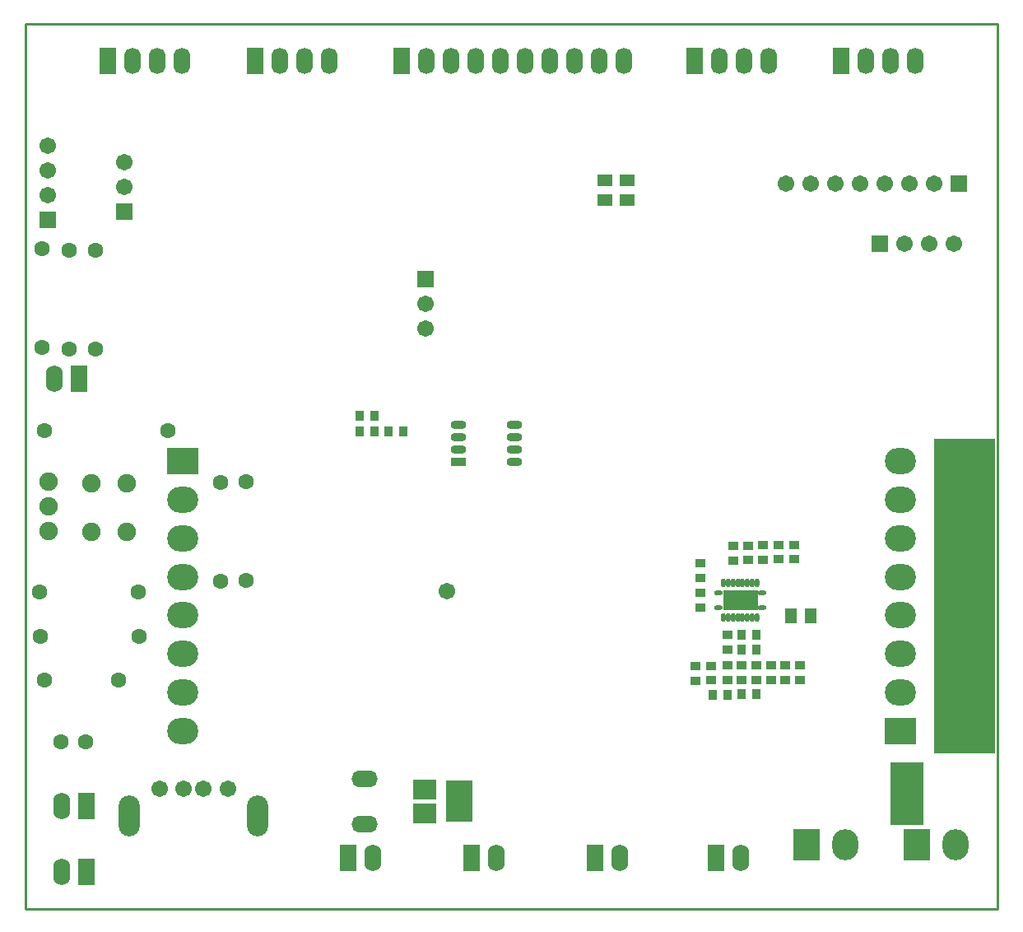
<source format=gbs>
%FSLAX25Y25*%
%MOIN*%
G70*
G01*
G75*
G04 Layer_Color=16711935*
%ADD10R,0.03937X0.02362*%
%ADD11R,0.03347X0.02756*%
%ADD12O,0.06299X0.01181*%
%ADD13R,0.06299X0.01181*%
%ADD14O,0.01181X0.06299*%
%ADD15R,0.05118X0.03937*%
%ADD16R,0.10630X0.03937*%
%ADD17R,0.03937X0.05118*%
%ADD18R,0.03543X0.02126*%
%ADD19R,0.01969X0.06299*%
%ADD20R,0.14410X0.07874*%
%ADD21R,0.14410X0.09843*%
%ADD22R,0.09449X0.08268*%
%ADD23R,0.05000X0.06000*%
%ADD24R,0.02362X0.02362*%
%ADD25R,0.02362X0.02362*%
%ADD26R,0.02362X0.03937*%
%ADD27O,0.02362X0.06890*%
%ADD28R,0.11811X0.07480*%
%ADD29R,0.02756X0.03347*%
%ADD30R,0.10000X0.07500*%
%ADD31R,0.09843X0.15748*%
%ADD32R,0.08661X0.07087*%
%ADD33O,0.09843X0.05906*%
%ADD34O,0.03543X0.01969*%
%ADD35O,0.03543X0.01969*%
%ADD36R,0.03543X0.01969*%
%ADD37R,0.02559X0.05315*%
%ADD38R,0.20866X0.11024*%
%ADD39R,0.03937X0.10630*%
%ADD40R,0.21654X0.05630*%
%ADD41C,0.02000*%
%ADD42C,0.00800*%
%ADD43C,0.03000*%
%ADD44C,0.03500*%
%ADD45C,0.04000*%
%ADD46C,0.01000*%
%ADD47C,0.01500*%
%ADD48C,0.10000*%
%ADD49C,0.08000*%
%ADD50C,0.05000*%
%ADD51C,0.01200*%
%ADD52R,0.19200X0.07900*%
%ADD53R,0.58405X0.13100*%
%ADD54R,0.24300X1.56600*%
%ADD55R,0.50200X0.62200*%
%ADD56R,0.24100X0.17400*%
%ADD57R,0.25624X0.17093*%
%ADD58R,0.23600X0.17400*%
%ADD59R,0.05906X0.05906*%
%ADD60C,0.05906*%
%ADD61O,0.11811X0.09843*%
%ADD62R,0.11811X0.09843*%
%ADD63O,0.05906X0.09843*%
%ADD64R,0.05906X0.09843*%
%ADD65R,0.09843X0.11811*%
%ADD66O,0.09843X0.11811*%
%ADD67R,0.05906X0.05906*%
%ADD68C,0.06693*%
%ADD69C,0.05500*%
%ADD70O,0.07874X0.15748*%
%ADD71C,0.05512*%
%ADD72R,0.06000X0.10000*%
%ADD73O,0.06000X0.10000*%
%ADD74C,0.02000*%
%ADD75C,0.03000*%
%ADD76C,0.04000*%
%ADD77O,0.05500X0.02500*%
%ADD78R,0.05500X0.02500*%
%ADD79O,0.01181X0.02756*%
%ADD80O,0.02756X0.01181*%
%ADD81R,0.13386X0.07087*%
%ADD82R,0.15000X0.13000*%
%ADD83R,0.19400X0.21500*%
%ADD84R,0.18400X0.60700*%
%ADD85R,0.24600X1.31200*%
%ADD86R,0.50100X0.62100*%
%ADD87C,0.00500*%
%ADD88C,0.00394*%
%ADD89C,0.00984*%
%ADD90C,0.00787*%
%ADD91C,0.00591*%
%ADD92R,0.04724X0.02756*%
%ADD93R,0.01968X0.03543*%
%ADD94R,0.23900X1.20759*%
%ADD95R,0.14900X0.21400*%
%ADD96R,0.04737X0.03162*%
%ADD97R,0.04147X0.03556*%
%ADD98O,0.07099X0.01981*%
%ADD99R,0.07099X0.01981*%
%ADD100O,0.01981X0.07099*%
%ADD101R,0.05918X0.04737*%
%ADD102R,0.11430X0.04737*%
%ADD103R,0.04737X0.05918*%
%ADD104R,0.04343X0.02926*%
%ADD105R,0.02769X0.07099*%
%ADD106R,0.15210X0.08674*%
%ADD107R,0.15210X0.10642*%
%ADD108R,0.10249X0.09068*%
%ADD109R,0.05800X0.06800*%
%ADD110R,0.03162X0.03162*%
%ADD111R,0.03162X0.03162*%
%ADD112R,0.03162X0.04737*%
%ADD113O,0.03162X0.07690*%
%ADD114R,0.12611X0.08280*%
%ADD115R,0.03556X0.04147*%
%ADD116R,0.10800X0.08300*%
%ADD117R,0.10642X0.16548*%
%ADD118R,0.09461X0.07887*%
%ADD119O,0.10642X0.06706*%
%ADD120O,0.04343X0.02769*%
%ADD121O,0.04343X0.02769*%
%ADD122R,0.04343X0.02769*%
%ADD123R,0.03359X0.06115*%
%ADD124R,0.21666X0.11824*%
%ADD125R,0.04737X0.11430*%
%ADD126R,0.22453X0.06430*%
%ADD127R,0.06706X0.06706*%
%ADD128C,0.06706*%
%ADD129O,0.12611X0.10642*%
%ADD130R,0.12611X0.10642*%
%ADD131O,0.06706X0.10642*%
%ADD132R,0.06706X0.10642*%
%ADD133R,0.10642X0.12611*%
%ADD134O,0.10642X0.12611*%
%ADD135R,0.06706X0.06706*%
%ADD136C,0.07493*%
%ADD137C,0.06300*%
%ADD138O,0.08674X0.16548*%
%ADD139C,0.06312*%
%ADD140R,0.06800X0.10800*%
%ADD141O,0.06800X0.10800*%
%ADD142R,0.13323X0.25300*%
%ADD143R,0.24600X1.27600*%
%ADD144O,0.06300X0.03300*%
%ADD145R,0.06300X0.03300*%
%ADD146O,0.01981X0.03556*%
%ADD147O,0.03556X0.01981*%
%ADD148R,0.14186X0.07887*%
D46*
X0Y-33D02*
X393701D01*
X0Y-358301D02*
Y-33D01*
Y-358301D02*
X393701D01*
Y-33D01*
D97*
X273177Y-236400D02*
D03*
Y-230494D02*
D03*
X286477Y-217500D02*
D03*
Y-211595D02*
D03*
X301802Y-259794D02*
D03*
Y-265700D02*
D03*
X298777Y-211200D02*
D03*
Y-217106D02*
D03*
X304977Y-211000D02*
D03*
Y-216905D02*
D03*
X295965Y-259794D02*
D03*
Y-265700D02*
D03*
X292477Y-217206D02*
D03*
Y-211300D02*
D03*
X311177Y-216905D02*
D03*
Y-211000D02*
D03*
X273277Y-224505D02*
D03*
Y-218600D02*
D03*
X284277Y-253306D02*
D03*
Y-247400D02*
D03*
X271400Y-266005D02*
D03*
Y-260100D02*
D03*
X284290Y-265700D02*
D03*
Y-259794D02*
D03*
X290127Y-259794D02*
D03*
Y-265700D02*
D03*
X307640Y-259794D02*
D03*
Y-265700D02*
D03*
X313477Y-259794D02*
D03*
Y-265700D02*
D03*
X277500Y-265905D02*
D03*
Y-260000D02*
D03*
D101*
X243600Y-63600D02*
D03*
Y-71474D02*
D03*
X234600Y-63500D02*
D03*
Y-71374D02*
D03*
D103*
X309977Y-239900D02*
D03*
X317851D02*
D03*
D115*
X295877Y-253400D02*
D03*
X289972D02*
D03*
X295977Y-247400D02*
D03*
X290072D02*
D03*
X278400Y-271800D02*
D03*
X284306D02*
D03*
X295983Y-271400D02*
D03*
X290077D02*
D03*
X135294Y-165100D02*
D03*
X141200D02*
D03*
X141305Y-158800D02*
D03*
X135400D02*
D03*
X146994Y-165000D02*
D03*
X152900D02*
D03*
D117*
X175757Y-314900D02*
D03*
D118*
X161583Y-309979D02*
D03*
X161584Y-319821D02*
D03*
D119*
X137371Y-305845D02*
D03*
Y-323955D02*
D03*
D127*
X378100Y-64800D02*
D03*
X346100Y-89176D02*
D03*
D128*
X368100Y-64800D02*
D03*
X358100D02*
D03*
X348100D02*
D03*
X338100D02*
D03*
X328100D02*
D03*
X318100D02*
D03*
X308100D02*
D03*
X39900Y-56200D02*
D03*
Y-66200D02*
D03*
X162077Y-123400D02*
D03*
Y-113400D02*
D03*
X9100Y-69300D02*
D03*
Y-59300D02*
D03*
Y-49300D02*
D03*
X54277Y-309900D02*
D03*
X64120D02*
D03*
X71994D02*
D03*
X81836D02*
D03*
X376100Y-89176D02*
D03*
X366100D02*
D03*
X356100D02*
D03*
X170600Y-229700D02*
D03*
D129*
X354331Y-270742D02*
D03*
Y-255151D02*
D03*
Y-223970D02*
D03*
Y-239561D02*
D03*
Y-177198D02*
D03*
Y-192789D02*
D03*
Y-208380D02*
D03*
X63780Y-255151D02*
D03*
Y-270742D02*
D03*
Y-286333D02*
D03*
Y-223970D02*
D03*
Y-239561D02*
D03*
Y-208380D02*
D03*
Y-192789D02*
D03*
D130*
X354331Y-286333D02*
D03*
X63780Y-177198D02*
D03*
D131*
X102877Y-15000D02*
D03*
X122877D02*
D03*
X112877D02*
D03*
X43177D02*
D03*
X63177D02*
D03*
X53177D02*
D03*
X350377D02*
D03*
X360377D02*
D03*
X340377D02*
D03*
X290977D02*
D03*
X300977D02*
D03*
X280977D02*
D03*
X172177D02*
D03*
X182177D02*
D03*
X162177D02*
D03*
X192177D02*
D03*
X202177D02*
D03*
X242177D02*
D03*
X232177D02*
D03*
X222177D02*
D03*
X212177D02*
D03*
D132*
X92877D02*
D03*
X33177D02*
D03*
X330377D02*
D03*
X270977D02*
D03*
X152177D02*
D03*
D133*
X316287Y-332400D02*
D03*
X361109Y-332300D02*
D03*
D134*
X331877Y-332400D02*
D03*
X376700Y-332300D02*
D03*
D135*
X39900Y-76200D02*
D03*
X162077Y-103400D02*
D03*
X9100Y-79300D02*
D03*
D136*
X40977Y-205685D02*
D03*
Y-186000D02*
D03*
X26577Y-205885D02*
D03*
Y-186200D02*
D03*
X9377Y-205300D02*
D03*
Y-195300D02*
D03*
Y-185300D02*
D03*
D137*
X24177Y-290900D02*
D03*
X14177D02*
D03*
D138*
X42072Y-320924D02*
D03*
X94041D02*
D03*
D139*
X5877Y-248200D02*
D03*
X45877D02*
D03*
X7677Y-265900D02*
D03*
X37677D02*
D03*
X6677Y-131100D02*
D03*
Y-91100D02*
D03*
X17477Y-131700D02*
D03*
Y-91700D02*
D03*
X28377Y-131700D02*
D03*
Y-91700D02*
D03*
X89377Y-185600D02*
D03*
Y-225600D02*
D03*
X57500Y-164700D02*
D03*
X7500D02*
D03*
X79077Y-185700D02*
D03*
Y-225700D02*
D03*
X5577Y-230200D02*
D03*
X45577D02*
D03*
D140*
X24477Y-343400D02*
D03*
X21577Y-143800D02*
D03*
X279477Y-337900D02*
D03*
X130477Y-337950D02*
D03*
X180627D02*
D03*
X230777D02*
D03*
X24677Y-316900D02*
D03*
D141*
X14477Y-343400D02*
D03*
X11577Y-143800D02*
D03*
X289477Y-337900D02*
D03*
X140477Y-337950D02*
D03*
X190627D02*
D03*
X240777D02*
D03*
X14677Y-316900D02*
D03*
D142*
X357039Y-311650D02*
D03*
D143*
X380177Y-231700D02*
D03*
D144*
X175300Y-172500D02*
D03*
X197938D02*
D03*
X175300Y-162500D02*
D03*
Y-167500D02*
D03*
X197938Y-162500D02*
D03*
Y-177500D02*
D03*
Y-167500D02*
D03*
D145*
X175300Y-177500D02*
D03*
D146*
X296367Y-240390D02*
D03*
X294398D02*
D03*
X292430D02*
D03*
X290461D02*
D03*
X288493D02*
D03*
X286524D02*
D03*
X284556D02*
D03*
X282587D02*
D03*
Y-226610D02*
D03*
X284556D02*
D03*
X286524D02*
D03*
X288493D02*
D03*
X290461D02*
D03*
X292430D02*
D03*
X294398D02*
D03*
X296367D02*
D03*
D147*
X280619Y-236453D02*
D03*
Y-230547D02*
D03*
X298336D02*
D03*
Y-236453D02*
D03*
D148*
X289477Y-233500D02*
D03*
M02*

</source>
